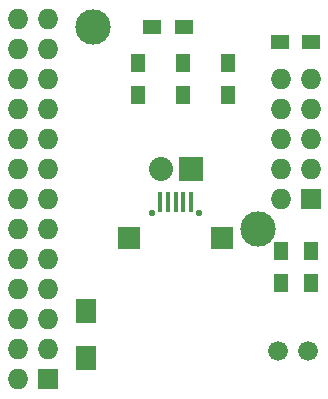
<source format=gbr>
G04 #@! TF.FileFunction,Soldermask,Top*
%FSLAX46Y46*%
G04 Gerber Fmt 4.6, Leading zero omitted, Abs format (unit mm)*
G04 Created by KiCad (PCBNEW 4.0.1-stable) date 7/2/2016 9:29:48 PM*
%MOMM*%
G01*
G04 APERTURE LIST*
%ADD10C,0.150000*%
%ADD11R,0.400000X1.800000*%
%ADD12C,0.550000*%
%ADD13R,1.900000X1.900000*%
%ADD14C,3.000000*%
%ADD15R,1.300000X1.500000*%
%ADD16R,1.500000X1.300000*%
%ADD17R,1.727200X1.727200*%
%ADD18O,1.727200X1.727200*%
%ADD19R,1.700000X2.000000*%
%ADD20R,2.032000X2.032000*%
%ADD21O,2.032000X2.032000*%
%ADD22C,1.676400*%
G04 APERTURE END LIST*
D10*
D11*
X13940000Y-17380000D03*
X14590000Y-17380000D03*
X15240000Y-17380000D03*
X15890000Y-17380000D03*
X16540000Y-17380000D03*
D12*
X13240000Y-18305000D03*
X17240000Y-18305000D03*
D13*
X11290000Y-20405000D03*
X19190000Y-20405000D03*
D14*
X8255000Y-2540000D03*
X22225000Y-19685000D03*
D15*
X26670000Y-24210000D03*
X26670000Y-21510000D03*
X24130000Y-24210000D03*
X24130000Y-21510000D03*
X12065000Y-5635000D03*
X12065000Y-8335000D03*
X19685000Y-5635000D03*
X19685000Y-8335000D03*
D16*
X24050000Y-3810000D03*
X26750000Y-3810000D03*
D15*
X15875000Y-5635000D03*
X15875000Y-8335000D03*
D17*
X4445000Y-32385000D03*
D18*
X1905000Y-32385000D03*
X4445000Y-29845000D03*
X1905000Y-29845000D03*
X4445000Y-27305000D03*
X1905000Y-27305000D03*
X4445000Y-24765000D03*
X1905000Y-24765000D03*
X4445000Y-22225000D03*
X1905000Y-22225000D03*
X4445000Y-19685000D03*
X1905000Y-19685000D03*
X4445000Y-17145000D03*
X1905000Y-17145000D03*
X4445000Y-14605000D03*
X1905000Y-14605000D03*
X4445000Y-12065000D03*
X1905000Y-12065000D03*
X4445000Y-9525000D03*
X1905000Y-9525000D03*
X4445000Y-6985000D03*
X1905000Y-6985000D03*
X4445000Y-4445000D03*
X1905000Y-4445000D03*
X4445000Y-1905000D03*
X1905000Y-1905000D03*
D17*
X26670000Y-17145000D03*
D18*
X24130000Y-17145000D03*
X26670000Y-14605000D03*
X24130000Y-14605000D03*
X26670000Y-12065000D03*
X24130000Y-12065000D03*
X26670000Y-9525000D03*
X24130000Y-9525000D03*
X26670000Y-6985000D03*
X24130000Y-6985000D03*
D19*
X7620000Y-30575000D03*
X7620000Y-26575000D03*
D16*
X15955000Y-2540000D03*
X13255000Y-2540000D03*
D20*
X16510000Y-14605000D03*
D21*
X13970000Y-14605000D03*
D22*
X23876000Y-29972000D03*
X26416000Y-29972000D03*
M02*

</source>
